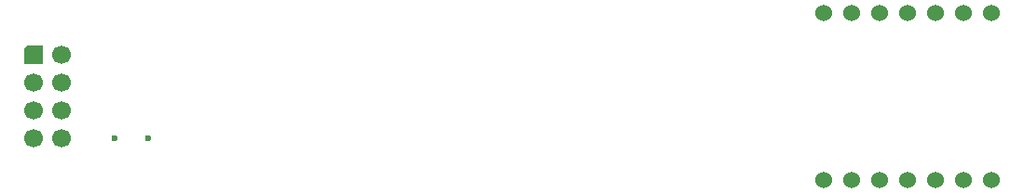
<source format=gbr>
G04 #@! TF.GenerationSoftware,KiCad,Pcbnew,9.0.7*
G04 #@! TF.CreationDate,2026-02-19T02:03:21-08:00*
G04 #@! TF.ProjectId,memori-hw,6d656d6f-7269-42d6-9877-2e6b69636164,vFEB 2026*
G04 #@! TF.SameCoordinates,Original*
G04 #@! TF.FileFunction,Copper,L3,Inr*
G04 #@! TF.FilePolarity,Positive*
%FSLAX46Y46*%
G04 Gerber Fmt 4.6, Leading zero omitted, Abs format (unit mm)*
G04 Created by KiCad (PCBNEW 9.0.7) date 2026-02-19 02:03:21*
%MOMM*%
%LPD*%
G01*
G04 APERTURE LIST*
G04 Aperture macros list*
%AMOutline5P*
0 Free polygon, 5 corners , with rotation*
0 The origin of the aperture is its center*
0 number of corners: always 5*
0 $1 to $10 corner X, Y*
0 $11 Rotation angle, in degrees counterclockwise*
0 create outline with 5 corners*
4,1,5,$1,$2,$3,$4,$5,$6,$7,$8,$9,$10,$1,$2,$11*%
%AMOutline6P*
0 Free polygon, 6 corners , with rotation*
0 The origin of the aperture is its center*
0 number of corners: always 6*
0 $1 to $12 corner X, Y*
0 $13 Rotation angle, in degrees counterclockwise*
0 create outline with 6 corners*
4,1,6,$1,$2,$3,$4,$5,$6,$7,$8,$9,$10,$11,$12,$1,$2,$13*%
%AMOutline7P*
0 Free polygon, 7 corners , with rotation*
0 The origin of the aperture is its center*
0 number of corners: always 7*
0 $1 to $14 corner X, Y*
0 $15 Rotation angle, in degrees counterclockwise*
0 create outline with 7 corners*
4,1,7,$1,$2,$3,$4,$5,$6,$7,$8,$9,$10,$11,$12,$13,$14,$1,$2,$15*%
%AMOutline8P*
0 Free polygon, 8 corners , with rotation*
0 The origin of the aperture is its center*
0 number of corners: always 8*
0 $1 to $16 corner X, Y*
0 $17 Rotation angle, in degrees counterclockwise*
0 create outline with 8 corners*
4,1,8,$1,$2,$3,$4,$5,$6,$7,$8,$9,$10,$11,$12,$13,$14,$15,$16,$1,$2,$17*%
G04 Aperture macros list end*
G04 #@! TA.AperFunction,ComponentPad*
%ADD10C,1.524000*%
G04 #@! TD*
G04 #@! TA.AperFunction,ComponentPad*
%ADD11Outline5P,-0.850000X0.510000X-0.510000X0.850000X0.850000X0.850000X0.850000X-0.850000X-0.850000X-0.850000X0.000000*%
G04 #@! TD*
G04 #@! TA.AperFunction,ComponentPad*
%ADD12C,1.700000*%
G04 #@! TD*
G04 #@! TA.AperFunction,ViaPad*
%ADD13C,0.600000*%
G04 #@! TD*
G04 APERTURE END LIST*
D10*
X182490000Y-109242000D03*
X179950000Y-109242000D03*
X177410000Y-109242000D03*
X174870000Y-109242000D03*
X172330000Y-109242000D03*
X169790000Y-109242000D03*
X167250000Y-109242000D03*
X167250000Y-94002000D03*
X169790000Y-94002000D03*
X172330000Y-94002000D03*
X174870000Y-94002000D03*
X177410000Y-94002000D03*
X179950000Y-94002000D03*
X182490000Y-94002000D03*
D11*
X95504000Y-97790000D03*
D12*
X98044000Y-97790000D03*
X95504000Y-100330000D03*
X98044000Y-100330000D03*
X95504000Y-102870000D03*
X98044000Y-102870000D03*
X95504000Y-105410000D03*
X98044000Y-105410000D03*
D13*
X102870000Y-105410000D03*
X105918000Y-105410000D03*
M02*

</source>
